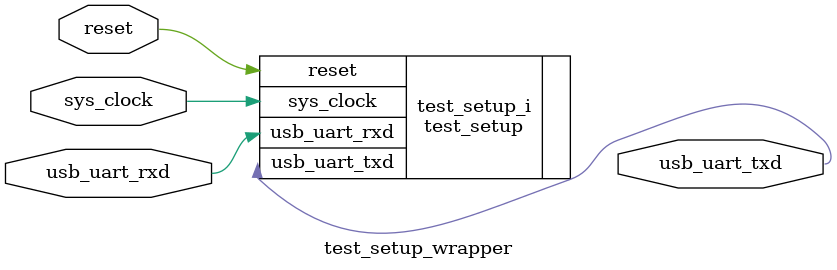
<source format=v>
`timescale 1 ps / 1 ps

module test_setup_wrapper
   (reset,
    sys_clock,
    usb_uart_rxd,
    usb_uart_txd);
  input reset;
  input sys_clock;
  input usb_uart_rxd;
  output usb_uart_txd;

  wire reset;
  wire sys_clock;
  wire usb_uart_rxd;
  wire usb_uart_txd;

  test_setup test_setup_i
       (.reset(reset),
        .sys_clock(sys_clock),
        .usb_uart_rxd(usb_uart_rxd),
        .usb_uart_txd(usb_uart_txd));
endmodule

</source>
